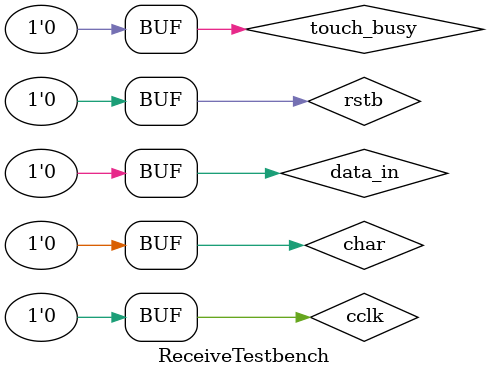
<source format=v>
`timescale 1ns / 1ps


module ReceiveTestbench;

	// Inputs
	reg cclk;
	reg rstb;
	reg char;
	reg touch_busy;
	reg data_in;

	// Outputs
	wire touch_clk;
	wire data_out;
	wire touch_csb;
	wire [11:0] x;
	wire [11:0] y;
	wire [11:0] z;

	// Instantiate the Unit Under Test (UUT)
	touchpad_controller uut (
		.cclk(cclk), 
		.rstb(rstb), 
		.char(char), 
		.touch_busy(touch_busy), 
		.data_in(data_in), 
		.touch_clk(touch_clk), 
		.data_out(data_out), 
		.touch_csb(touch_csb), 
		.x(x), 
		.y(y), 
		.z(z)
	);

	initial begin
		// Initialize Inputs
		cclk = 0;
		rstb = 0;
		char = 0;
		touch_busy = 0;
		data_in = 0;

		// Wait 100 ns for global reset to finish
		#100;
        
		// Add stimulus here

	end
      
endmodule


</source>
